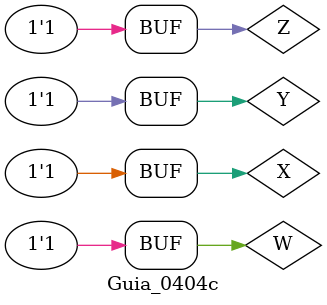
<source format=v>
/*
 Guia_0404c.v - v0.0. - 28 / 08 / 2022
 Autor    : Gabriel Vargas Bento de Souza
 Matricula: 778023
 */

/* 
 Produto das somas
                  ____
F(X, Y, W, Z) =   | |  M (0, 1, 2, 3, 6, 8, 11, 14)
*/

/**
 PoS (0, 1, 2, 3, 6, 8, 11, 14)
 */
module PoS (output S,
            input  X, Y, W, Z);
   assign S = ( X |  Y |  W |  Z)   // 0
            & ( X |  Y |  W | ~Z)   // 1
            & ( X |  Y | ~W |  Z)   // 2
            & ( X |  Y | ~W | ~Z)   // 3  
            & ( X | ~Y | ~W |  Z)   // 6
            & (~X |  Y |  W |  Z)   // 8
            & (~X |  Y | ~W | ~Z)   // 11
            & (~X | ~Y | ~W |  Z);  // 14
endmodule // PoS 

/**
  Guia_0404c.v
 */
module Guia_0404c;
   reg  X, Y, W, Z;
   wire S;
   
   // instancias
   PoS POS (S, X, Y, W, Z);
   
   // valores iniciais
   initial begin: start
      X=1'bx; Y=1'bx; W=1'bx; Z=1'bx; // indefinidos
   end

   // parte principal
   initial begin: main
      // identificacao
       $display("Gabriel Vargas Bento de Souza - 778023");
       $display("Test boolean expression");
       $display("\n04.c) PoS (0, 1, 2, 3, 6, 8, 11, 14)\n");

       // monitoramento
       $display(" X  Y  W  Z  PoS(0, 1, 2, 3, 6, 8, 11, 14)");
       $monitor("%2b %2b %2b %2b %16b", X, Y, W, Z, S);

       // sinalizacao
       #1 X=0; Y=0; W=0; Z=0;
       #1 X=0; Y=0; W=0; Z=1;
       #1 X=0; Y=0; W=1; Z=0;
       #1 X=0; Y=0; W=1; Z=1;
       #1 X=0; Y=1; W=0; Z=0;
       #1 X=0; Y=1; W=0; Z=1;
       #1 X=0; Y=1; W=1; Z=0;
       #1 X=0; Y=1; W=1; Z=1;
       #1 X=1; Y=0; W=0; Z=0;
       #1 X=1; Y=0; W=0; Z=1;
       #1 X=1; Y=0; W=1; Z=0;
       #1 X=1; Y=0; W=1; Z=1;
       #1 X=1; Y=1; W=0; Z=0;
       #1 X=1; Y=1; W=0; Z=1;
       #1 X=1; Y=1; W=1; Z=0;
       #1 X=1; Y=1; W=1; Z=1;
   end
endmodule // Guia_0404c
</source>
